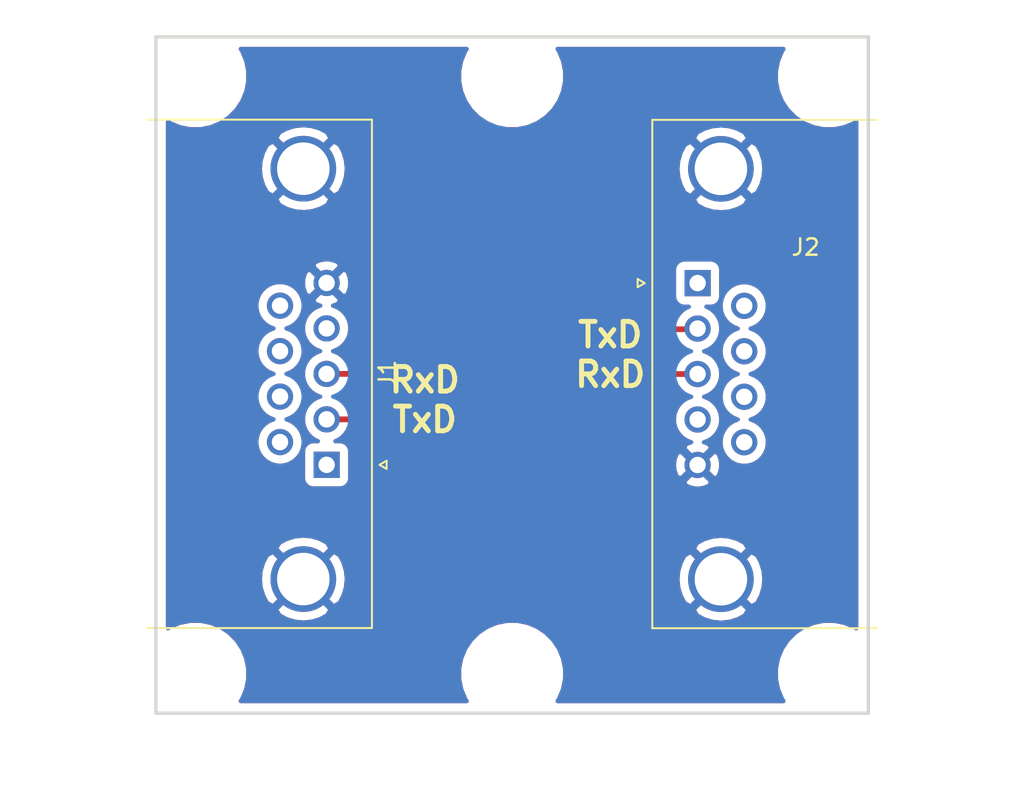
<source format=kicad_pcb>
(kicad_pcb (version 20171130) (host pcbnew 5.1.10-88a1d61d58~88~ubuntu20.04.1)

  (general
    (thickness 1.6)
    (drawings 6)
    (tracks 7)
    (zones 0)
    (modules 8)
    (nets 16)
  )

  (page A4)
  (layers
    (0 F.Cu signal)
    (31 B.Cu signal)
    (32 B.Adhes user)
    (33 F.Adhes user)
    (34 B.Paste user)
    (35 F.Paste user)
    (36 B.SilkS user)
    (37 F.SilkS user)
    (38 B.Mask user)
    (39 F.Mask user)
    (40 Dwgs.User user)
    (41 Cmts.User user)
    (42 Eco1.User user)
    (43 Eco2.User user)
    (44 Edge.Cuts user)
    (45 Margin user)
    (46 B.CrtYd user)
    (47 F.CrtYd user)
    (48 B.Fab user)
    (49 F.Fab user)
  )

  (setup
    (last_trace_width 0.35)
    (trace_clearance 0.2)
    (zone_clearance 0.508)
    (zone_45_only no)
    (trace_min 0.2)
    (via_size 0.8)
    (via_drill 0.4)
    (via_min_size 0.4)
    (via_min_drill 0.3)
    (uvia_size 0.3)
    (uvia_drill 0.1)
    (uvias_allowed no)
    (uvia_min_size 0.2)
    (uvia_min_drill 0.1)
    (edge_width 0.15)
    (segment_width 0.2)
    (pcb_text_width 0.3)
    (pcb_text_size 1.5 1.5)
    (mod_edge_width 0.15)
    (mod_text_size 1 1)
    (mod_text_width 0.15)
    (pad_size 1.524 1.524)
    (pad_drill 0.762)
    (pad_to_mask_clearance 0)
    (aux_axis_origin 0 0)
    (visible_elements FFFFFF7F)
    (pcbplotparams
      (layerselection 0x210f8_ffffffff)
      (usegerberextensions true)
      (usegerberattributes false)
      (usegerberadvancedattributes false)
      (creategerberjobfile false)
      (excludeedgelayer true)
      (linewidth 0.100000)
      (plotframeref false)
      (viasonmask false)
      (mode 1)
      (useauxorigin false)
      (hpglpennumber 1)
      (hpglpenspeed 20)
      (hpglpendiameter 15.000000)
      (psnegative false)
      (psa4output false)
      (plotreference true)
      (plotvalue false)
      (plotinvisibletext false)
      (padsonsilk false)
      (subtractmaskfromsilk true)
      (outputformat 1)
      (mirror false)
      (drillshape 0)
      (scaleselection 1)
      (outputdirectory "Gerbers/"))
  )

  (net 0 "")
  (net 1 "Net-(J1-Pad1)")
  (net 2 "Net-(J1-Pad6)")
  (net 3 "Net-(J1-Pad2)")
  (net 4 "Net-(J1-Pad7)")
  (net 5 "Net-(J1-Pad3)")
  (net 6 "Net-(J1-Pad8)")
  (net 7 "Net-(J1-Pad4)")
  (net 8 "Net-(J1-Pad9)")
  (net 9 GND)
  (net 10 "Net-(J2-Pad9)")
  (net 11 "Net-(J2-Pad4)")
  (net 12 "Net-(J2-Pad8)")
  (net 13 "Net-(J2-Pad7)")
  (net 14 "Net-(J2-Pad6)")
  (net 15 "Net-(J2-Pad1)")

  (net_class Default "This is the default net class."
    (clearance 0.2)
    (trace_width 0.35)
    (via_dia 0.8)
    (via_drill 0.4)
    (uvia_dia 0.3)
    (uvia_drill 0.1)
  )

  (net_class Signals ""
    (clearance 0.2)
    (trace_width 0.35)
    (via_dia 0.8)
    (via_drill 0.4)
    (uvia_dia 0.3)
    (uvia_drill 0.1)
    (add_net GND)
    (add_net "Net-(J1-Pad1)")
    (add_net "Net-(J1-Pad2)")
    (add_net "Net-(J1-Pad3)")
    (add_net "Net-(J1-Pad4)")
    (add_net "Net-(J1-Pad6)")
    (add_net "Net-(J1-Pad7)")
    (add_net "Net-(J1-Pad8)")
    (add_net "Net-(J1-Pad9)")
    (add_net "Net-(J2-Pad1)")
    (add_net "Net-(J2-Pad4)")
    (add_net "Net-(J2-Pad6)")
    (add_net "Net-(J2-Pad7)")
    (add_net "Net-(J2-Pad8)")
    (add_net "Net-(J2-Pad9)")
  )

  (module WiRoc:DSUB-9_Female_Horizontal_P2.77x2.84mm_Edge_offset6.96mm_centered_Edge8.08mm (layer F.Cu) (tedit 5F80C0F4) (tstamp 6098CB36)
    (at 130 61.07 270)
    (descr "9-pin D-Sub connector, horizontal/angled (90 deg), THT-mount, female, pitch 2.77x2.84mm, pin-PCB-offset 4.9399999999999995mm, distance of mounting holes 25mm, distance of mounting holes to PCB edge 7.4799999999999995mm, see https://disti-assets.s3.amazonaws.com/tonar/files/datasheets/16730.pdf")
    (tags "9-pin D-Sub connector horizontal angled 90deg THT female pitch 2.77x2.84mm pin-PCB-offset 4.9399999999999995mm mounting-holes-distance 25mm mounting-hole-offset 25mm")
    (path /609BC94E)
    (fp_text reference J1 (at -5.54 -3.7 90) (layer F.SilkS)
      (effects (font (size 1 1) (thickness 0.15)))
    )
    (fp_text value DB9_Female_MountingHoles (at -5.55 19.05 90) (layer F.Fab)
      (effects (font (size 1 1) (thickness 0.15)))
    )
    (fp_text user %R (at -5.54 11.265 90) (layer F.Fab)
      (effects (font (size 1 1) (thickness 0.15)))
    )
    (fp_arc (start 6.96 1.42) (end 5.36 0.3) (angle 180) (layer F.Fab) (width 0.1))
    (fp_arc (start -18.04 1.42) (end -19.64 0.3) (angle 180) (layer F.Fab) (width 0.1))
    (fp_line (start -20.965 -2.7) (end -20.965 7.78) (layer F.Fab) (width 0.1))
    (fp_line (start 9.885 7.78) (end 9.885 -2.7) (layer F.Fab) (width 0.1))
    (fp_line (start 9.885 -2.7) (end -20.965 -2.7) (layer F.Fab) (width 0.1))
    (fp_line (start -20.965 7.78) (end -20.965 11.35) (layer F.Fab) (width 0.1))
    (fp_line (start -20.965 11.38) (end 9.885 11.38) (layer F.Fab) (width 0.1))
    (fp_line (start 9.9 11.4) (end 9.885 7.78) (layer F.Fab) (width 0.1))
    (fp_line (start 9.885 10.98) (end -20.965 10.98) (layer F.Fab) (width 0.1))
    (fp_line (start -13.69 11.38) (end -13.69 17.55) (layer F.Fab) (width 0.1))
    (fp_line (start -13.69 17.55) (end 2.61 17.55) (layer F.Fab) (width 0.1))
    (fp_line (start 2.61 17.55) (end 2.61 11.38) (layer F.Fab) (width 0.1))
    (fp_line (start 2.61 11.38) (end -13.69 11.38) (layer F.Fab) (width 0.1))
    (fp_line (start -20.54 11.38) (end -20.54 16.38) (layer F.Fab) (width 0.1))
    (fp_line (start -20.54 16.38) (end -15.54 16.38) (layer F.Fab) (width 0.1))
    (fp_line (start -15.54 16.38) (end -15.54 11.38) (layer F.Fab) (width 0.1))
    (fp_line (start 4.46 11.38) (end 4.46 16.38) (layer F.Fab) (width 0.1))
    (fp_line (start 4.46 16.38) (end 9.46 16.38) (layer F.Fab) (width 0.1))
    (fp_line (start 9.46 16.38) (end 9.46 11.38) (layer F.Fab) (width 0.1))
    (fp_line (start -19.64 10.98) (end -19.64 0.3) (layer F.Fab) (width 0.1))
    (fp_line (start -16.44 10.98) (end -16.44 0.3) (layer F.Fab) (width 0.1))
    (fp_line (start 5.36 10.98) (end 5.36 0.3) (layer F.Fab) (width 0.1))
    (fp_line (start 8.56 10.98) (end 8.56 0.3) (layer F.Fab) (width 0.1))
    (fp_line (start -21.025 10.92) (end -21.025 -2.76) (layer F.SilkS) (width 0.12))
    (fp_line (start -21.025 -2.76) (end 9.945 -2.76) (layer F.SilkS) (width 0.12))
    (fp_line (start 9.945 -2.76) (end 9.945 10.92) (layer F.SilkS) (width 0.12))
    (fp_line (start -0.25 -3.654338) (end 0.25 -3.654338) (layer F.SilkS) (width 0.12))
    (fp_line (start 0.25 -3.654338) (end 0 -3.221325) (layer F.SilkS) (width 0.12))
    (fp_line (start 0 -3.221325) (end -0.25 -3.654338) (layer F.SilkS) (width 0.12))
    (fp_line (start -21.5 -3.25) (end -21.5 14.85) (layer F.CrtYd) (width 0.05))
    (fp_line (start -21.5 14.85) (end 10.4 14.85) (layer F.CrtYd) (width 0.05))
    (fp_line (start 10.4 14.85) (end 10.4 -3.25) (layer F.CrtYd) (width 0.05))
    (fp_line (start 10.4 -3.25) (end -21.5 -3.25) (layer F.CrtYd) (width 0.05))
    (pad 0 thru_hole circle (at 6.96 1.42 270) (size 4 4) (drill 3.2) (layers *.Cu *.Mask)
      (net 9 GND))
    (pad 0 thru_hole circle (at -18.04 1.42 270) (size 4 4) (drill 3.2) (layers *.Cu *.Mask)
      (net 9 GND))
    (pad 9 thru_hole circle (at -9.695 2.84 270) (size 1.6 1.6) (drill 1) (layers *.Cu *.Mask)
      (net 8 "Net-(J1-Pad9)"))
    (pad 8 thru_hole circle (at -6.925 2.84 270) (size 1.6 1.6) (drill 1) (layers *.Cu *.Mask)
      (net 6 "Net-(J1-Pad8)"))
    (pad 7 thru_hole circle (at -4.155 2.84 270) (size 1.6 1.6) (drill 1) (layers *.Cu *.Mask)
      (net 4 "Net-(J1-Pad7)"))
    (pad 6 thru_hole circle (at -1.385 2.84 270) (size 1.6 1.6) (drill 1) (layers *.Cu *.Mask)
      (net 2 "Net-(J1-Pad6)"))
    (pad 5 thru_hole circle (at -11.08 0 270) (size 1.6 1.6) (drill 1) (layers *.Cu *.Mask)
      (net 9 GND))
    (pad 4 thru_hole circle (at -8.31 0 270) (size 1.6 1.6) (drill 1) (layers *.Cu *.Mask)
      (net 7 "Net-(J1-Pad4)"))
    (pad 3 thru_hole circle (at -5.54 0 270) (size 1.6 1.6) (drill 1) (layers *.Cu *.Mask)
      (net 5 "Net-(J1-Pad3)"))
    (pad 2 thru_hole circle (at -2.77 0 270) (size 1.6 1.6) (drill 1) (layers *.Cu *.Mask)
      (net 3 "Net-(J1-Pad2)"))
    (pad 1 thru_hole rect (at 0 0 270) (size 1.6 1.6) (drill 1) (layers *.Cu *.Mask)
      (net 1 "Net-(J1-Pad1)"))
    (model ${KISYS3DMOD}/Connector_Dsub.3dshapes/DSUB-9_Female_Horizontal_P2.77x2.84mm_EdgePinOffset4.94mm_Housed_MountingHolesOffset7.48mm.wrl
      (at (xyz 0 0 0))
      (scale (xyz 1 1 1))
      (rotate (xyz 0 0 0))
    )
  )

  (module MountingHole:MountingHole_2.2mm_M2 (layer F.Cu) (tedit 5F80D5C9) (tstamp 5FB29B63)
    (at 141.3 37.4)
    (descr "Mounting Hole 2.2mm, no annular, M2")
    (tags "mounting hole 2.2mm no annular m2")
    (clearance 2)
    (attr virtual)
    (fp_text reference REF** (at 0 -3.2) (layer F.SilkS) hide
      (effects (font (size 1 1) (thickness 0.15)))
    )
    (fp_text value MountingHole_2.2mm_M2 (at 0 3.2) (layer F.Fab)
      (effects (font (size 1 1) (thickness 0.15)))
    )
    (fp_circle (center 0 0) (end 2.2 0) (layer Cmts.User) (width 0.15))
    (fp_circle (center 0 0) (end 2.45 0) (layer F.CrtYd) (width 0.05))
    (fp_text user %R (at 0.3 0) (layer F.Fab)
      (effects (font (size 1 1) (thickness 0.15)))
    )
    (pad 1 np_thru_hole circle (at 0 0) (size 2.2 2.2) (drill 2.2) (layers *.Cu *.Mask))
  )

  (module MountingHole:MountingHole_2.2mm_M2 (layer F.Cu) (tedit 5F80D5C5) (tstamp 5FB299D0)
    (at 122 37.4)
    (descr "Mounting Hole 2.2mm, no annular, M2")
    (tags "mounting hole 2.2mm no annular m2")
    (clearance 2)
    (attr virtual)
    (fp_text reference REF** (at 0 -3.2) (layer F.SilkS) hide
      (effects (font (size 1 1) (thickness 0.15)))
    )
    (fp_text value MountingHole_2.2mm_M2 (at 0 3.2) (layer F.Fab)
      (effects (font (size 1 1) (thickness 0.15)))
    )
    (fp_circle (center 0 0) (end 2.2 0) (layer Cmts.User) (width 0.15))
    (fp_circle (center 0 0) (end 2.45 0) (layer F.CrtYd) (width 0.05))
    (fp_text user %R (at 0.3 0) (layer F.Fab)
      (effects (font (size 1 1) (thickness 0.15)))
    )
    (pad 1 np_thru_hole circle (at 0 0) (size 2.2 2.2) (drill 2.2) (layers *.Cu *.Mask))
  )

  (module MountingHole:MountingHole_2.2mm_M2 locked (layer F.Cu) (tedit 5F80D642) (tstamp 5FB29AE4)
    (at 141.3 73.8)
    (descr "Mounting Hole 2.2mm, no annular, M2")
    (tags "mounting hole 2.2mm no annular m2")
    (clearance 2)
    (attr virtual)
    (fp_text reference REF** (at 0 -3.2) (layer F.SilkS) hide
      (effects (font (size 1 1) (thickness 0.15)))
    )
    (fp_text value MountingHole_2.2mm_M2 (at 0 3.2) (layer F.Fab)
      (effects (font (size 1 1) (thickness 0.15)))
    )
    (fp_circle (center 0 0) (end 2.45 0) (layer F.CrtYd) (width 0.05))
    (fp_circle (center 0 0) (end 2.2 0) (layer Cmts.User) (width 0.15))
    (fp_text user %R (at 0.3 0) (layer F.Fab)
      (effects (font (size 1 1) (thickness 0.15)))
    )
    (pad 1 np_thru_hole circle (at 0 0) (size 2.2 2.2) (drill 2.2) (layers *.Cu *.Mask))
  )

  (module MountingHole:MountingHole_2.2mm_M2 locked (layer F.Cu) (tedit 5F80D646) (tstamp 5FB29AAA)
    (at 122 73.8)
    (descr "Mounting Hole 2.2mm, no annular, M2")
    (tags "mounting hole 2.2mm no annular m2")
    (clearance 2)
    (attr virtual)
    (fp_text reference REF** (at 0 -3.2) (layer F.SilkS) hide
      (effects (font (size 1 1) (thickness 0.15)))
    )
    (fp_text value MountingHole_2.2mm_M2 (at 0 3.2) (layer F.Fab)
      (effects (font (size 1 1) (thickness 0.15)))
    )
    (fp_circle (center 0 0) (end 2.45 0) (layer F.CrtYd) (width 0.05))
    (fp_circle (center 0 0) (end 2.2 0) (layer Cmts.User) (width 0.15))
    (fp_text user %R (at 0.3 0) (layer F.Fab)
      (effects (font (size 1 1) (thickness 0.15)))
    )
    (pad 1 np_thru_hole circle (at 0 0) (size 2.2 2.2) (drill 2.2) (layers *.Cu *.Mask))
  )

  (module MountingHole:MountingHole_2.2mm_M2 locked (layer F.Cu) (tedit 5F80D63E) (tstamp 5FB29A8A)
    (at 160.6 73.8)
    (descr "Mounting Hole 2.2mm, no annular, M2")
    (tags "mounting hole 2.2mm no annular m2")
    (clearance 2)
    (attr virtual)
    (fp_text reference REF** (at 0 -3.2) (layer F.SilkS) hide
      (effects (font (size 1 1) (thickness 0.15)))
    )
    (fp_text value MountingHole_2.2mm_M2 (at 0 3.2) (layer F.Fab)
      (effects (font (size 1 1) (thickness 0.15)))
    )
    (fp_circle (center 0 0) (end 2.2 0) (layer Cmts.User) (width 0.15))
    (fp_circle (center 0 0) (end 2.45 0) (layer F.CrtYd) (width 0.05))
    (fp_text user %R (at 0.3 0) (layer F.Fab)
      (effects (font (size 1 1) (thickness 0.15)))
    )
    (pad 1 np_thru_hole circle (at 0 0) (size 2.2 2.2) (drill 2.2) (layers *.Cu *.Mask))
  )

  (module MountingHole:MountingHole_2.2mm_M2 locked (layer F.Cu) (tedit 5F80D5CE) (tstamp 5FB299F7)
    (at 160.6 37.4)
    (descr "Mounting Hole 2.2mm, no annular, M2")
    (tags "mounting hole 2.2mm no annular m2")
    (clearance 2)
    (attr virtual)
    (fp_text reference REF** (at 0 -3.2) (layer F.SilkS) hide
      (effects (font (size 1 1) (thickness 0.15)))
    )
    (fp_text value MountingHole_2.2mm_M2 (at 0 3.2) (layer F.Fab)
      (effects (font (size 1 1) (thickness 0.15)))
    )
    (fp_circle (center 0 0) (end 2.45 0) (layer F.CrtYd) (width 0.05))
    (fp_circle (center 0 0) (end 2.2 0) (layer Cmts.User) (width 0.15))
    (fp_text user %R (at 0.3 0) (layer F.Fab)
      (effects (font (size 1 1) (thickness 0.15)))
    )
    (pad 1 np_thru_hole circle (at 0 0) (size 2.2 2.2) (drill 2.2) (layers *.Cu *.Mask))
  )

  (module WiRoc:DSUB-9_Female_Horizontal_P2.77x2.84mm_Edge_offset6.96mm_centered_Edge8.08mm (layer F.Cu) (tedit 5F80C0F4) (tstamp 5F999BA4)
    (at 152.6 50 90)
    (descr "9-pin D-Sub connector, horizontal/angled (90 deg), THT-mount, female, pitch 2.77x2.84mm, pin-PCB-offset 4.9399999999999995mm, distance of mounting holes 25mm, distance of mounting holes to PCB edge 7.4799999999999995mm, see https://disti-assets.s3.amazonaws.com/tonar/files/datasheets/16730.pdf")
    (tags "9-pin D-Sub connector horizontal angled 90deg THT female pitch 2.77x2.84mm pin-PCB-offset 4.9399999999999995mm mounting-holes-distance 25mm mounting-hole-offset 25mm")
    (path /5F80B4DE)
    (fp_text reference J2 (at 2.1845 6.5818 180) (layer F.SilkS)
      (effects (font (size 1 1) (thickness 0.15)))
    )
    (fp_text value DB9_Female_MountingHoles (at -5.55 19.05 90) (layer F.Fab)
      (effects (font (size 1 1) (thickness 0.15)))
    )
    (fp_line (start 10.4 -3.25) (end -21.5 -3.25) (layer F.CrtYd) (width 0.05))
    (fp_line (start 10.4 14.85) (end 10.4 -3.25) (layer F.CrtYd) (width 0.05))
    (fp_line (start -21.5 14.85) (end 10.4 14.85) (layer F.CrtYd) (width 0.05))
    (fp_line (start -21.5 -3.25) (end -21.5 14.85) (layer F.CrtYd) (width 0.05))
    (fp_line (start 0 -3.221325) (end -0.25 -3.654338) (layer F.SilkS) (width 0.12))
    (fp_line (start 0.25 -3.654338) (end 0 -3.221325) (layer F.SilkS) (width 0.12))
    (fp_line (start -0.25 -3.654338) (end 0.25 -3.654338) (layer F.SilkS) (width 0.12))
    (fp_line (start 9.945 -2.76) (end 9.945 10.92) (layer F.SilkS) (width 0.12))
    (fp_line (start -21.025 -2.76) (end 9.945 -2.76) (layer F.SilkS) (width 0.12))
    (fp_line (start -21.025 10.92) (end -21.025 -2.76) (layer F.SilkS) (width 0.12))
    (fp_line (start 8.56 10.98) (end 8.56 0.3) (layer F.Fab) (width 0.1))
    (fp_line (start 5.36 10.98) (end 5.36 0.3) (layer F.Fab) (width 0.1))
    (fp_line (start -16.44 10.98) (end -16.44 0.3) (layer F.Fab) (width 0.1))
    (fp_line (start -19.64 10.98) (end -19.64 0.3) (layer F.Fab) (width 0.1))
    (fp_line (start 9.46 16.38) (end 9.46 11.38) (layer F.Fab) (width 0.1))
    (fp_line (start 4.46 16.38) (end 9.46 16.38) (layer F.Fab) (width 0.1))
    (fp_line (start 4.46 11.38) (end 4.46 16.38) (layer F.Fab) (width 0.1))
    (fp_line (start -15.54 16.38) (end -15.54 11.38) (layer F.Fab) (width 0.1))
    (fp_line (start -20.54 16.38) (end -15.54 16.38) (layer F.Fab) (width 0.1))
    (fp_line (start -20.54 11.38) (end -20.54 16.38) (layer F.Fab) (width 0.1))
    (fp_line (start 2.61 11.38) (end -13.69 11.38) (layer F.Fab) (width 0.1))
    (fp_line (start 2.61 17.55) (end 2.61 11.38) (layer F.Fab) (width 0.1))
    (fp_line (start -13.69 17.55) (end 2.61 17.55) (layer F.Fab) (width 0.1))
    (fp_line (start -13.69 11.38) (end -13.69 17.55) (layer F.Fab) (width 0.1))
    (fp_line (start 9.885 10.98) (end -20.965 10.98) (layer F.Fab) (width 0.1))
    (fp_line (start 9.9 11.4) (end 9.885 7.78) (layer F.Fab) (width 0.1))
    (fp_line (start -20.965 11.38) (end 9.885 11.38) (layer F.Fab) (width 0.1))
    (fp_line (start -20.965 7.78) (end -20.965 11.35) (layer F.Fab) (width 0.1))
    (fp_line (start 9.885 -2.7) (end -20.965 -2.7) (layer F.Fab) (width 0.1))
    (fp_line (start 9.885 7.78) (end 9.885 -2.7) (layer F.Fab) (width 0.1))
    (fp_line (start -20.965 -2.7) (end -20.965 7.78) (layer F.Fab) (width 0.1))
    (fp_arc (start -18.04 1.42) (end -19.64 0.3) (angle 180) (layer F.Fab) (width 0.1))
    (fp_arc (start 6.96 1.42) (end 5.36 0.3) (angle 180) (layer F.Fab) (width 0.1))
    (fp_text user %R (at -5.54 11.265 90) (layer F.Fab)
      (effects (font (size 1 1) (thickness 0.15)))
    )
    (pad 1 thru_hole rect (at 0 0 90) (size 1.6 1.6) (drill 1) (layers *.Cu *.Mask)
      (net 15 "Net-(J2-Pad1)"))
    (pad 2 thru_hole circle (at -2.77 0 90) (size 1.6 1.6) (drill 1) (layers *.Cu *.Mask)
      (net 5 "Net-(J1-Pad3)"))
    (pad 3 thru_hole circle (at -5.54 0 90) (size 1.6 1.6) (drill 1) (layers *.Cu *.Mask)
      (net 3 "Net-(J1-Pad2)"))
    (pad 4 thru_hole circle (at -8.31 0 90) (size 1.6 1.6) (drill 1) (layers *.Cu *.Mask)
      (net 11 "Net-(J2-Pad4)"))
    (pad 5 thru_hole circle (at -11.08 0 90) (size 1.6 1.6) (drill 1) (layers *.Cu *.Mask)
      (net 9 GND))
    (pad 6 thru_hole circle (at -1.385 2.84 90) (size 1.6 1.6) (drill 1) (layers *.Cu *.Mask)
      (net 14 "Net-(J2-Pad6)"))
    (pad 7 thru_hole circle (at -4.155 2.84 90) (size 1.6 1.6) (drill 1) (layers *.Cu *.Mask)
      (net 13 "Net-(J2-Pad7)"))
    (pad 8 thru_hole circle (at -6.925 2.84 90) (size 1.6 1.6) (drill 1) (layers *.Cu *.Mask)
      (net 12 "Net-(J2-Pad8)"))
    (pad 9 thru_hole circle (at -9.695 2.84 90) (size 1.6 1.6) (drill 1) (layers *.Cu *.Mask)
      (net 10 "Net-(J2-Pad9)"))
    (pad 0 thru_hole circle (at -18.04 1.42 90) (size 4 4) (drill 3.2) (layers *.Cu *.Mask)
      (net 9 GND))
    (pad 0 thru_hole circle (at 6.96 1.42 90) (size 4 4) (drill 3.2) (layers *.Cu *.Mask)
      (net 9 GND))
    (model ${KISYS3DMOD}/Connector_Dsub.3dshapes/DSUB-9_Female_Horizontal_P2.77x2.84mm_EdgePinOffset4.94mm_Housed_MountingHolesOffset7.48mm.wrl
      (at (xyz 0 0 0))
      (scale (xyz 1 1 1))
      (rotate (xyz 0 0 0))
    )
  )

  (gr_text "RxD\nTxD\n" (at 135.98 57.11) (layer F.SilkS) (tstamp 6098CD44)
    (effects (font (size 1.5 1.5) (thickness 0.3)))
  )
  (gr_text "TxD\nRxD" (at 147.28 54.36) (layer F.SilkS)
    (effects (font (size 1.5 1.5) (thickness 0.3)))
  )
  (gr_line (start 119.6 76.2) (end 119.6 35) (layer Edge.Cuts) (width 0.2))
  (gr_line (start 163 76.2) (end 119.6 76.2) (layer Edge.Cuts) (width 0.2))
  (gr_line (start 163 35) (end 163 76.2) (layer Edge.Cuts) (width 0.2))
  (gr_line (start 119.6 35) (end 163 35) (layer Edge.Cuts) (width 0.2))

  (segment (start 140.01 58.3) (end 130 58.3) (width 0.35) (layer F.Cu) (net 3))
  (segment (start 142.77 55.54) (end 140.01 58.3) (width 0.35) (layer F.Cu) (net 3))
  (segment (start 152.6 55.54) (end 142.77 55.54) (width 0.35) (layer F.Cu) (net 3))
  (segment (start 138.96 55.53) (end 130 55.53) (width 0.35) (layer F.Cu) (net 5))
  (segment (start 141.68 52.81) (end 138.96 55.53) (width 0.35) (layer F.Cu) (net 5))
  (segment (start 152.56 52.81) (end 141.68 52.81) (width 0.35) (layer F.Cu) (net 5))
  (segment (start 152.6 52.77) (end 152.56 52.81) (width 0.35) (layer F.Cu) (net 5))

  (zone (net 9) (net_name GND) (layer F.Cu) (tstamp 6098CF84) (hatch edge 0.508)
    (connect_pads (clearance 0.508))
    (min_thickness 0.254)
    (fill yes (arc_segments 16) (thermal_gap 0.508) (thermal_bridge_width 0.508))
    (polygon
      (pts
        (xy 118.6053 33.9979) (xy 164.0078 34.0487) (xy 164.1094 78.1431) (xy 118.364 78.7527)
      )
    )
    (filled_polygon
      (pts
        (xy 138.44027 35.871442) (xy 138.197012 36.458719) (xy 138.073 37.082168) (xy 138.073 37.717832) (xy 138.197012 38.341281)
        (xy 138.44027 38.928558) (xy 138.793425 39.457093) (xy 139.242907 39.906575) (xy 139.771442 40.25973) (xy 140.358719 40.502988)
        (xy 140.982168 40.627) (xy 141.617832 40.627) (xy 142.241281 40.502988) (xy 142.828558 40.25973) (xy 143.357093 39.906575)
        (xy 143.806575 39.457093) (xy 144.15973 38.928558) (xy 144.402988 38.341281) (xy 144.527 37.717832) (xy 144.527 37.082168)
        (xy 144.402988 36.458719) (xy 144.15973 35.871442) (xy 144.068563 35.735) (xy 157.831437 35.735) (xy 157.74027 35.871442)
        (xy 157.497012 36.458719) (xy 157.373 37.082168) (xy 157.373 37.717832) (xy 157.497012 38.341281) (xy 157.74027 38.928558)
        (xy 158.093425 39.457093) (xy 158.542907 39.906575) (xy 159.071442 40.25973) (xy 159.658719 40.502988) (xy 160.282168 40.627)
        (xy 160.917832 40.627) (xy 161.541281 40.502988) (xy 162.128558 40.25973) (xy 162.265 40.168562) (xy 162.265001 71.031438)
        (xy 162.128558 70.94027) (xy 161.541281 70.697012) (xy 160.917832 70.573) (xy 160.282168 70.573) (xy 159.658719 70.697012)
        (xy 159.071442 70.94027) (xy 158.542907 71.293425) (xy 158.093425 71.742907) (xy 157.74027 72.271442) (xy 157.497012 72.858719)
        (xy 157.373 73.482168) (xy 157.373 74.117832) (xy 157.497012 74.741281) (xy 157.74027 75.328558) (xy 157.831437 75.465)
        (xy 144.068563 75.465) (xy 144.15973 75.328558) (xy 144.402988 74.741281) (xy 144.527 74.117832) (xy 144.527 73.482168)
        (xy 144.402988 72.858719) (xy 144.15973 72.271442) (xy 143.806575 71.742907) (xy 143.357093 71.293425) (xy 142.828558 70.94027)
        (xy 142.241281 70.697012) (xy 141.617832 70.573) (xy 140.982168 70.573) (xy 140.358719 70.697012) (xy 139.771442 70.94027)
        (xy 139.242907 71.293425) (xy 138.793425 71.742907) (xy 138.44027 72.271442) (xy 138.197012 72.858719) (xy 138.073 73.482168)
        (xy 138.073 74.117832) (xy 138.197012 74.741281) (xy 138.44027 75.328558) (xy 138.531437 75.465) (xy 124.768563 75.465)
        (xy 124.85973 75.328558) (xy 125.102988 74.741281) (xy 125.227 74.117832) (xy 125.227 73.482168) (xy 125.102988 72.858719)
        (xy 124.85973 72.271442) (xy 124.506575 71.742907) (xy 124.057093 71.293425) (xy 123.528558 70.94027) (xy 122.941281 70.697012)
        (xy 122.317832 70.573) (xy 121.682168 70.573) (xy 121.058719 70.697012) (xy 120.471442 70.94027) (xy 120.335 71.031437)
        (xy 120.335 69.877499) (xy 126.912106 69.877499) (xy 127.128228 70.244258) (xy 127.588105 70.484938) (xy 128.086098 70.631275)
        (xy 128.603071 70.677648) (xy 129.119159 70.622273) (xy 129.614526 70.467279) (xy 130.031772 70.244258) (xy 130.242001 69.887499)
        (xy 152.352106 69.887499) (xy 152.568228 70.254258) (xy 153.028105 70.494938) (xy 153.526098 70.641275) (xy 154.043071 70.687648)
        (xy 154.559159 70.632273) (xy 155.054526 70.477279) (xy 155.471772 70.254258) (xy 155.687894 69.887499) (xy 154.02 68.219605)
        (xy 152.352106 69.887499) (xy 130.242001 69.887499) (xy 130.247894 69.877499) (xy 128.58 68.209605) (xy 126.912106 69.877499)
        (xy 120.335 69.877499) (xy 120.335 68.053071) (xy 125.932352 68.053071) (xy 125.987727 68.569159) (xy 126.142721 69.064526)
        (xy 126.365742 69.481772) (xy 126.732501 69.697894) (xy 128.400395 68.03) (xy 128.759605 68.03) (xy 130.427499 69.697894)
        (xy 130.794258 69.481772) (xy 131.034938 69.021895) (xy 131.181275 68.523902) (xy 131.222612 68.063071) (xy 151.372352 68.063071)
        (xy 151.427727 68.579159) (xy 151.582721 69.074526) (xy 151.805742 69.491772) (xy 152.172501 69.707894) (xy 153.840395 68.04)
        (xy 154.199605 68.04) (xy 155.867499 69.707894) (xy 156.234258 69.491772) (xy 156.474938 69.031895) (xy 156.621275 68.533902)
        (xy 156.667648 68.016929) (xy 156.612273 67.500841) (xy 156.457279 67.005474) (xy 156.234258 66.588228) (xy 155.867499 66.372106)
        (xy 154.199605 68.04) (xy 153.840395 68.04) (xy 152.172501 66.372106) (xy 151.805742 66.588228) (xy 151.565062 67.048105)
        (xy 151.418725 67.546098) (xy 151.372352 68.063071) (xy 131.222612 68.063071) (xy 131.227648 68.006929) (xy 131.172273 67.490841)
        (xy 131.017279 66.995474) (xy 130.794258 66.578228) (xy 130.427499 66.362106) (xy 128.759605 68.03) (xy 128.400395 68.03)
        (xy 126.732501 66.362106) (xy 126.365742 66.578228) (xy 126.125062 67.038105) (xy 125.978725 67.536098) (xy 125.932352 68.053071)
        (xy 120.335 68.053071) (xy 120.335 66.182501) (xy 126.912106 66.182501) (xy 128.58 67.850395) (xy 130.237894 66.192501)
        (xy 152.352106 66.192501) (xy 154.02 67.860395) (xy 155.687894 66.192501) (xy 155.471772 65.825742) (xy 155.011895 65.585062)
        (xy 154.513902 65.438725) (xy 153.996929 65.392352) (xy 153.480841 65.447727) (xy 152.985474 65.602721) (xy 152.568228 65.825742)
        (xy 152.352106 66.192501) (xy 130.237894 66.192501) (xy 130.247894 66.182501) (xy 130.031772 65.815742) (xy 129.571895 65.575062)
        (xy 129.073902 65.428725) (xy 128.556929 65.382352) (xy 128.040841 65.437727) (xy 127.545474 65.592721) (xy 127.128228 65.815742)
        (xy 126.912106 66.182501) (xy 120.335 66.182501) (xy 120.335 51.233665) (xy 125.725 51.233665) (xy 125.725 51.516335)
        (xy 125.780147 51.793574) (xy 125.88832 52.054727) (xy 126.045363 52.289759) (xy 126.245241 52.489637) (xy 126.480273 52.64668)
        (xy 126.741426 52.754853) (xy 126.767301 52.76) (xy 126.741426 52.765147) (xy 126.480273 52.87332) (xy 126.245241 53.030363)
        (xy 126.045363 53.230241) (xy 125.88832 53.465273) (xy 125.780147 53.726426) (xy 125.725 54.003665) (xy 125.725 54.286335)
        (xy 125.780147 54.563574) (xy 125.88832 54.824727) (xy 126.045363 55.059759) (xy 126.245241 55.259637) (xy 126.480273 55.41668)
        (xy 126.741426 55.524853) (xy 126.767301 55.53) (xy 126.741426 55.535147) (xy 126.480273 55.64332) (xy 126.245241 55.800363)
        (xy 126.045363 56.000241) (xy 125.88832 56.235273) (xy 125.780147 56.496426) (xy 125.725 56.773665) (xy 125.725 57.056335)
        (xy 125.780147 57.333574) (xy 125.88832 57.594727) (xy 126.045363 57.829759) (xy 126.245241 58.029637) (xy 126.480273 58.18668)
        (xy 126.741426 58.294853) (xy 126.767301 58.3) (xy 126.741426 58.305147) (xy 126.480273 58.41332) (xy 126.245241 58.570363)
        (xy 126.045363 58.770241) (xy 125.88832 59.005273) (xy 125.780147 59.266426) (xy 125.725 59.543665) (xy 125.725 59.826335)
        (xy 125.780147 60.103574) (xy 125.88832 60.364727) (xy 126.045363 60.599759) (xy 126.245241 60.799637) (xy 126.480273 60.95668)
        (xy 126.741426 61.064853) (xy 127.018665 61.12) (xy 127.301335 61.12) (xy 127.578574 61.064853) (xy 127.839727 60.95668)
        (xy 128.074759 60.799637) (xy 128.274637 60.599759) (xy 128.43168 60.364727) (xy 128.470917 60.27) (xy 128.561928 60.27)
        (xy 128.561928 61.87) (xy 128.574188 61.994482) (xy 128.610498 62.11418) (xy 128.669463 62.224494) (xy 128.748815 62.321185)
        (xy 128.845506 62.400537) (xy 128.95582 62.459502) (xy 129.075518 62.495812) (xy 129.2 62.508072) (xy 130.8 62.508072)
        (xy 130.924482 62.495812) (xy 131.04418 62.459502) (xy 131.154494 62.400537) (xy 131.251185 62.321185) (xy 131.330537 62.224494)
        (xy 131.389502 62.11418) (xy 131.402084 62.072702) (xy 151.786903 62.072702) (xy 151.858486 62.316671) (xy 152.113996 62.437571)
        (xy 152.388184 62.5063) (xy 152.670512 62.520217) (xy 152.95013 62.478787) (xy 153.216292 62.383603) (xy 153.341514 62.316671)
        (xy 153.413097 62.072702) (xy 152.6 61.259605) (xy 151.786903 62.072702) (xy 131.402084 62.072702) (xy 131.425812 61.994482)
        (xy 131.438072 61.87) (xy 131.438072 61.150512) (xy 151.159783 61.150512) (xy 151.201213 61.43013) (xy 151.296397 61.696292)
        (xy 151.363329 61.821514) (xy 151.607298 61.893097) (xy 152.420395 61.08) (xy 152.779605 61.08) (xy 153.592702 61.893097)
        (xy 153.836671 61.821514) (xy 153.957571 61.566004) (xy 154.0263 61.291816) (xy 154.040217 61.009488) (xy 153.998787 60.72987)
        (xy 153.903603 60.463708) (xy 153.836671 60.338486) (xy 153.592702 60.266903) (xy 152.779605 61.08) (xy 152.420395 61.08)
        (xy 151.607298 60.266903) (xy 151.363329 60.338486) (xy 151.242429 60.593996) (xy 151.1737 60.868184) (xy 151.159783 61.150512)
        (xy 131.438072 61.150512) (xy 131.438072 60.27) (xy 131.425812 60.145518) (xy 131.389502 60.02582) (xy 131.330537 59.915506)
        (xy 131.251185 59.818815) (xy 131.154494 59.739463) (xy 131.04418 59.680498) (xy 130.924482 59.644188) (xy 130.8 59.631928)
        (xy 130.534275 59.631928) (xy 130.679727 59.57168) (xy 130.914759 59.414637) (xy 131.114637 59.214759) (xy 131.184635 59.11)
        (xy 139.970212 59.11) (xy 140.01 59.113919) (xy 140.049788 59.11) (xy 140.049791 59.11) (xy 140.168788 59.09828)
        (xy 140.321473 59.051963) (xy 140.462189 58.976749) (xy 140.585528 58.875528) (xy 140.6109 58.844613) (xy 143.105513 56.35)
        (xy 151.415365 56.35) (xy 151.485363 56.454759) (xy 151.685241 56.654637) (xy 151.920273 56.81168) (xy 152.181426 56.919853)
        (xy 152.207301 56.925) (xy 152.181426 56.930147) (xy 151.920273 57.03832) (xy 151.685241 57.195363) (xy 151.485363 57.395241)
        (xy 151.32832 57.630273) (xy 151.220147 57.891426) (xy 151.165 58.168665) (xy 151.165 58.451335) (xy 151.220147 58.728574)
        (xy 151.32832 58.989727) (xy 151.485363 59.224759) (xy 151.685241 59.424637) (xy 151.920273 59.58168) (xy 152.181426 59.689853)
        (xy 152.209882 59.695513) (xy 151.983708 59.776397) (xy 151.858486 59.843329) (xy 151.786903 60.087298) (xy 152.6 60.900395)
        (xy 153.413097 60.087298) (xy 153.341514 59.843329) (xy 153.086004 59.722429) (xy 152.983711 59.696788) (xy 153.018574 59.689853)
        (xy 153.279727 59.58168) (xy 153.514759 59.424637) (xy 153.714637 59.224759) (xy 153.87168 58.989727) (xy 153.979853 58.728574)
        (xy 154.035 58.451335) (xy 154.035 58.168665) (xy 153.979853 57.891426) (xy 153.87168 57.630273) (xy 153.714637 57.395241)
        (xy 153.514759 57.195363) (xy 153.279727 57.03832) (xy 153.018574 56.930147) (xy 152.992699 56.925) (xy 153.018574 56.919853)
        (xy 153.279727 56.81168) (xy 153.514759 56.654637) (xy 153.714637 56.454759) (xy 153.87168 56.219727) (xy 153.979853 55.958574)
        (xy 154.035 55.681335) (xy 154.035 55.398665) (xy 153.979853 55.121426) (xy 153.87168 54.860273) (xy 153.714637 54.625241)
        (xy 153.514759 54.425363) (xy 153.279727 54.26832) (xy 153.018574 54.160147) (xy 152.992699 54.155) (xy 153.018574 54.149853)
        (xy 153.279727 54.04168) (xy 153.514759 53.884637) (xy 153.714637 53.684759) (xy 153.87168 53.449727) (xy 153.979853 53.188574)
        (xy 154.035 52.911335) (xy 154.035 52.628665) (xy 153.979853 52.351426) (xy 153.87168 52.090273) (xy 153.714637 51.855241)
        (xy 153.514759 51.655363) (xy 153.279727 51.49832) (xy 153.134275 51.438072) (xy 153.4 51.438072) (xy 153.524482 51.425812)
        (xy 153.64418 51.389502) (xy 153.754494 51.330537) (xy 153.851185 51.251185) (xy 153.857356 51.243665) (xy 154.005 51.243665)
        (xy 154.005 51.526335) (xy 154.060147 51.803574) (xy 154.16832 52.064727) (xy 154.325363 52.299759) (xy 154.525241 52.499637)
        (xy 154.760273 52.65668) (xy 155.021426 52.764853) (xy 155.047301 52.77) (xy 155.021426 52.775147) (xy 154.760273 52.88332)
        (xy 154.525241 53.040363) (xy 154.325363 53.240241) (xy 154.16832 53.475273) (xy 154.060147 53.736426) (xy 154.005 54.013665)
        (xy 154.005 54.296335) (xy 154.060147 54.573574) (xy 154.16832 54.834727) (xy 154.325363 55.069759) (xy 154.525241 55.269637)
        (xy 154.760273 55.42668) (xy 155.021426 55.534853) (xy 155.047301 55.54) (xy 155.021426 55.545147) (xy 154.760273 55.65332)
        (xy 154.525241 55.810363) (xy 154.325363 56.010241) (xy 154.16832 56.245273) (xy 154.060147 56.506426) (xy 154.005 56.783665)
        (xy 154.005 57.066335) (xy 154.060147 57.343574) (xy 154.16832 57.604727) (xy 154.325363 57.839759) (xy 154.525241 58.039637)
        (xy 154.760273 58.19668) (xy 155.021426 58.304853) (xy 155.047301 58.31) (xy 155.021426 58.315147) (xy 154.760273 58.42332)
        (xy 154.525241 58.580363) (xy 154.325363 58.780241) (xy 154.16832 59.015273) (xy 154.060147 59.276426) (xy 154.005 59.553665)
        (xy 154.005 59.836335) (xy 154.060147 60.113574) (xy 154.16832 60.374727) (xy 154.325363 60.609759) (xy 154.525241 60.809637)
        (xy 154.760273 60.96668) (xy 155.021426 61.074853) (xy 155.298665 61.13) (xy 155.581335 61.13) (xy 155.858574 61.074853)
        (xy 156.119727 60.96668) (xy 156.354759 60.809637) (xy 156.554637 60.609759) (xy 156.71168 60.374727) (xy 156.819853 60.113574)
        (xy 156.875 59.836335) (xy 156.875 59.553665) (xy 156.819853 59.276426) (xy 156.71168 59.015273) (xy 156.554637 58.780241)
        (xy 156.354759 58.580363) (xy 156.119727 58.42332) (xy 155.858574 58.315147) (xy 155.832699 58.31) (xy 155.858574 58.304853)
        (xy 156.119727 58.19668) (xy 156.354759 58.039637) (xy 156.554637 57.839759) (xy 156.71168 57.604727) (xy 156.819853 57.343574)
        (xy 156.875 57.066335) (xy 156.875 56.783665) (xy 156.819853 56.506426) (xy 156.71168 56.245273) (xy 156.554637 56.010241)
        (xy 156.354759 55.810363) (xy 156.119727 55.65332) (xy 155.858574 55.545147) (xy 155.832699 55.54) (xy 155.858574 55.534853)
        (xy 156.119727 55.42668) (xy 156.354759 55.269637) (xy 156.554637 55.069759) (xy 156.71168 54.834727) (xy 156.819853 54.573574)
        (xy 156.875 54.296335) (xy 156.875 54.013665) (xy 156.819853 53.736426) (xy 156.71168 53.475273) (xy 156.554637 53.240241)
        (xy 156.354759 53.040363) (xy 156.119727 52.88332) (xy 155.858574 52.775147) (xy 155.832699 52.77) (xy 155.858574 52.764853)
        (xy 156.119727 52.65668) (xy 156.354759 52.499637) (xy 156.554637 52.299759) (xy 156.71168 52.064727) (xy 156.819853 51.803574)
        (xy 156.875 51.526335) (xy 156.875 51.243665) (xy 156.819853 50.966426) (xy 156.71168 50.705273) (xy 156.554637 50.470241)
        (xy 156.354759 50.270363) (xy 156.119727 50.11332) (xy 155.858574 50.005147) (xy 155.581335 49.95) (xy 155.298665 49.95)
        (xy 155.021426 50.005147) (xy 154.760273 50.11332) (xy 154.525241 50.270363) (xy 154.325363 50.470241) (xy 154.16832 50.705273)
        (xy 154.060147 50.966426) (xy 154.005 51.243665) (xy 153.857356 51.243665) (xy 153.930537 51.154494) (xy 153.989502 51.04418)
        (xy 154.025812 50.924482) (xy 154.038072 50.8) (xy 154.038072 49.2) (xy 154.025812 49.075518) (xy 153.989502 48.95582)
        (xy 153.930537 48.845506) (xy 153.851185 48.748815) (xy 153.754494 48.669463) (xy 153.64418 48.610498) (xy 153.524482 48.574188)
        (xy 153.4 48.561928) (xy 151.8 48.561928) (xy 151.675518 48.574188) (xy 151.55582 48.610498) (xy 151.445506 48.669463)
        (xy 151.348815 48.748815) (xy 151.269463 48.845506) (xy 151.210498 48.95582) (xy 151.174188 49.075518) (xy 151.161928 49.2)
        (xy 151.161928 50.8) (xy 151.174188 50.924482) (xy 151.210498 51.04418) (xy 151.269463 51.154494) (xy 151.348815 51.251185)
        (xy 151.445506 51.330537) (xy 151.55582 51.389502) (xy 151.675518 51.425812) (xy 151.8 51.438072) (xy 152.065725 51.438072)
        (xy 151.920273 51.49832) (xy 151.685241 51.655363) (xy 151.485363 51.855241) (xy 151.388638 52) (xy 141.719788 52)
        (xy 141.68 51.996081) (xy 141.640212 52) (xy 141.640209 52) (xy 141.521212 52.01172) (xy 141.368527 52.058037)
        (xy 141.303024 52.093049) (xy 141.22781 52.133251) (xy 141.18412 52.169107) (xy 141.104472 52.234472) (xy 141.079107 52.26538)
        (xy 138.624488 54.72) (xy 131.184635 54.72) (xy 131.114637 54.615241) (xy 130.914759 54.415363) (xy 130.679727 54.25832)
        (xy 130.418574 54.150147) (xy 130.392699 54.145) (xy 130.418574 54.139853) (xy 130.679727 54.03168) (xy 130.914759 53.874637)
        (xy 131.114637 53.674759) (xy 131.27168 53.439727) (xy 131.379853 53.178574) (xy 131.435 52.901335) (xy 131.435 52.618665)
        (xy 131.379853 52.341426) (xy 131.27168 52.080273) (xy 131.114637 51.845241) (xy 130.914759 51.645363) (xy 130.679727 51.48832)
        (xy 130.418574 51.380147) (xy 130.390118 51.374487) (xy 130.616292 51.293603) (xy 130.741514 51.226671) (xy 130.813097 50.982702)
        (xy 130 50.169605) (xy 129.186903 50.982702) (xy 129.258486 51.226671) (xy 129.513996 51.347571) (xy 129.616289 51.373212)
        (xy 129.581426 51.380147) (xy 129.320273 51.48832) (xy 129.085241 51.645363) (xy 128.885363 51.845241) (xy 128.72832 52.080273)
        (xy 128.620147 52.341426) (xy 128.565 52.618665) (xy 128.565 52.901335) (xy 128.620147 53.178574) (xy 128.72832 53.439727)
        (xy 128.885363 53.674759) (xy 129.085241 53.874637) (xy 129.320273 54.03168) (xy 129.581426 54.139853) (xy 129.607301 54.145)
        (xy 129.581426 54.150147) (xy 129.320273 54.25832) (xy 129.085241 54.415363) (xy 128.885363 54.615241) (xy 128.72832 54.850273)
        (xy 128.620147 55.111426) (xy 128.565 55.388665) (xy 128.565 55.671335) (xy 128.620147 55.948574) (xy 128.72832 56.209727)
        (xy 128.885363 56.444759) (xy 129.085241 56.644637) (xy 129.320273 56.80168) (xy 129.581426 56.909853) (xy 129.607301 56.915)
        (xy 129.581426 56.920147) (xy 129.320273 57.02832) (xy 129.085241 57.185363) (xy 128.885363 57.385241) (xy 128.72832 57.620273)
        (xy 128.620147 57.881426) (xy 128.565 58.158665) (xy 128.565 58.441335) (xy 128.620147 58.718574) (xy 128.72832 58.979727)
        (xy 128.885363 59.214759) (xy 129.085241 59.414637) (xy 129.320273 59.57168) (xy 129.465725 59.631928) (xy 129.2 59.631928)
        (xy 129.075518 59.644188) (xy 128.95582 59.680498) (xy 128.845506 59.739463) (xy 128.748815 59.818815) (xy 128.669463 59.915506)
        (xy 128.610498 60.02582) (xy 128.574188 60.145518) (xy 128.561928 60.27) (xy 128.470917 60.27) (xy 128.539853 60.103574)
        (xy 128.595 59.826335) (xy 128.595 59.543665) (xy 128.539853 59.266426) (xy 128.43168 59.005273) (xy 128.274637 58.770241)
        (xy 128.074759 58.570363) (xy 127.839727 58.41332) (xy 127.578574 58.305147) (xy 127.552699 58.3) (xy 127.578574 58.294853)
        (xy 127.839727 58.18668) (xy 128.074759 58.029637) (xy 128.274637 57.829759) (xy 128.43168 57.594727) (xy 128.539853 57.333574)
        (xy 128.595 57.056335) (xy 128.595 56.773665) (xy 128.539853 56.496426) (xy 128.43168 56.235273) (xy 128.274637 56.000241)
        (xy 128.074759 55.800363) (xy 127.839727 55.64332) (xy 127.578574 55.535147) (xy 127.552699 55.53) (xy 127.578574 55.524853)
        (xy 127.839727 55.41668) (xy 128.074759 55.259637) (xy 128.274637 55.059759) (xy 128.43168 54.824727) (xy 128.539853 54.563574)
        (xy 128.595 54.286335) (xy 128.595 54.003665) (xy 128.539853 53.726426) (xy 128.43168 53.465273) (xy 128.274637 53.230241)
        (xy 128.074759 53.030363) (xy 127.839727 52.87332) (xy 127.578574 52.765147) (xy 127.552699 52.76) (xy 127.578574 52.754853)
        (xy 127.839727 52.64668) (xy 128.074759 52.489637) (xy 128.274637 52.289759) (xy 128.43168 52.054727) (xy 128.539853 51.793574)
        (xy 128.595 51.516335) (xy 128.595 51.233665) (xy 128.539853 50.956426) (xy 128.43168 50.695273) (xy 128.274637 50.460241)
        (xy 128.074759 50.260363) (xy 127.839727 50.10332) (xy 127.73638 50.060512) (xy 128.559783 50.060512) (xy 128.601213 50.34013)
        (xy 128.696397 50.606292) (xy 128.763329 50.731514) (xy 129.007298 50.803097) (xy 129.820395 49.99) (xy 130.179605 49.99)
        (xy 130.992702 50.803097) (xy 131.236671 50.731514) (xy 131.357571 50.476004) (xy 131.4263 50.201816) (xy 131.440217 49.919488)
        (xy 131.398787 49.63987) (xy 131.303603 49.373708) (xy 131.236671 49.248486) (xy 130.992702 49.176903) (xy 130.179605 49.99)
        (xy 129.820395 49.99) (xy 129.007298 49.176903) (xy 128.763329 49.248486) (xy 128.642429 49.503996) (xy 128.5737 49.778184)
        (xy 128.559783 50.060512) (xy 127.73638 50.060512) (xy 127.578574 49.995147) (xy 127.301335 49.94) (xy 127.018665 49.94)
        (xy 126.741426 49.995147) (xy 126.480273 50.10332) (xy 126.245241 50.260363) (xy 126.045363 50.460241) (xy 125.88832 50.695273)
        (xy 125.780147 50.956426) (xy 125.725 51.233665) (xy 120.335 51.233665) (xy 120.335 48.997298) (xy 129.186903 48.997298)
        (xy 130 49.810395) (xy 130.813097 48.997298) (xy 130.741514 48.753329) (xy 130.486004 48.632429) (xy 130.211816 48.5637)
        (xy 129.929488 48.549783) (xy 129.64987 48.591213) (xy 129.383708 48.686397) (xy 129.258486 48.753329) (xy 129.186903 48.997298)
        (xy 120.335 48.997298) (xy 120.335 44.877499) (xy 126.912106 44.877499) (xy 127.128228 45.244258) (xy 127.588105 45.484938)
        (xy 128.086098 45.631275) (xy 128.603071 45.677648) (xy 129.119159 45.622273) (xy 129.614526 45.467279) (xy 130.031772 45.244258)
        (xy 130.242001 44.887499) (xy 152.352106 44.887499) (xy 152.568228 45.254258) (xy 153.028105 45.494938) (xy 153.526098 45.641275)
        (xy 154.043071 45.687648) (xy 154.559159 45.632273) (xy 155.054526 45.477279) (xy 155.471772 45.254258) (xy 155.687894 44.887499)
        (xy 154.02 43.219605) (xy 152.352106 44.887499) (xy 130.242001 44.887499) (xy 130.247894 44.877499) (xy 128.58 43.209605)
        (xy 126.912106 44.877499) (xy 120.335 44.877499) (xy 120.335 43.053071) (xy 125.932352 43.053071) (xy 125.987727 43.569159)
        (xy 126.142721 44.064526) (xy 126.365742 44.481772) (xy 126.732501 44.697894) (xy 128.400395 43.03) (xy 128.759605 43.03)
        (xy 130.427499 44.697894) (xy 130.794258 44.481772) (xy 131.034938 44.021895) (xy 131.181275 43.523902) (xy 131.222612 43.063071)
        (xy 151.372352 43.063071) (xy 151.427727 43.579159) (xy 151.582721 44.074526) (xy 151.805742 44.491772) (xy 152.172501 44.707894)
        (xy 153.840395 43.04) (xy 154.199605 43.04) (xy 155.867499 44.707894) (xy 156.234258 44.491772) (xy 156.474938 44.031895)
        (xy 156.621275 43.533902) (xy 156.667648 43.016929) (xy 156.612273 42.500841) (xy 156.457279 42.005474) (xy 156.234258 41.588228)
        (xy 155.867499 41.372106) (xy 154.199605 43.04) (xy 153.840395 43.04) (xy 152.172501 41.372106) (xy 151.805742 41.588228)
        (xy 151.565062 42.048105) (xy 151.418725 42.546098) (xy 151.372352 43.063071) (xy 131.222612 43.063071) (xy 131.227648 43.006929)
        (xy 131.172273 42.490841) (xy 131.017279 41.995474) (xy 130.794258 41.578228) (xy 130.427499 41.362106) (xy 128.759605 43.03)
        (xy 128.400395 43.03) (xy 126.732501 41.362106) (xy 126.365742 41.578228) (xy 126.125062 42.038105) (xy 125.978725 42.536098)
        (xy 125.932352 43.053071) (xy 120.335 43.053071) (xy 120.335 41.182501) (xy 126.912106 41.182501) (xy 128.58 42.850395)
        (xy 130.237894 41.192501) (xy 152.352106 41.192501) (xy 154.02 42.860395) (xy 155.687894 41.192501) (xy 155.471772 40.825742)
        (xy 155.011895 40.585062) (xy 154.513902 40.438725) (xy 153.996929 40.392352) (xy 153.480841 40.447727) (xy 152.985474 40.602721)
        (xy 152.568228 40.825742) (xy 152.352106 41.192501) (xy 130.237894 41.192501) (xy 130.247894 41.182501) (xy 130.031772 40.815742)
        (xy 129.571895 40.575062) (xy 129.073902 40.428725) (xy 128.556929 40.382352) (xy 128.040841 40.437727) (xy 127.545474 40.592721)
        (xy 127.128228 40.815742) (xy 126.912106 41.182501) (xy 120.335 41.182501) (xy 120.335 40.168563) (xy 120.471442 40.25973)
        (xy 121.058719 40.502988) (xy 121.682168 40.627) (xy 122.317832 40.627) (xy 122.941281 40.502988) (xy 123.528558 40.25973)
        (xy 124.057093 39.906575) (xy 124.506575 39.457093) (xy 124.85973 38.928558) (xy 125.102988 38.341281) (xy 125.227 37.717832)
        (xy 125.227 37.082168) (xy 125.102988 36.458719) (xy 124.85973 35.871442) (xy 124.768563 35.735) (xy 138.531437 35.735)
      )
    )
  )
  (zone (net 9) (net_name GND) (layer B.Cu) (tstamp 6098CF81) (hatch edge 0.508)
    (connect_pads (clearance 0.508))
    (min_thickness 0.254)
    (fill yes (arc_segments 16) (thermal_gap 0.508) (thermal_bridge_width 0.508))
    (polygon
      (pts
        (xy 117.5639 32.7533) (xy 165.227 32.7533) (xy 166.37 79.5274) (xy 116.5606 81.2927)
      )
    )
    (filled_polygon
      (pts
        (xy 138.44027 35.871442) (xy 138.197012 36.458719) (xy 138.073 37.082168) (xy 138.073 37.717832) (xy 138.197012 38.341281)
        (xy 138.44027 38.928558) (xy 138.793425 39.457093) (xy 139.242907 39.906575) (xy 139.771442 40.25973) (xy 140.358719 40.502988)
        (xy 140.982168 40.627) (xy 141.617832 40.627) (xy 142.241281 40.502988) (xy 142.828558 40.25973) (xy 143.357093 39.906575)
        (xy 143.806575 39.457093) (xy 144.15973 38.928558) (xy 144.402988 38.341281) (xy 144.527 37.717832) (xy 144.527 37.082168)
        (xy 144.402988 36.458719) (xy 144.15973 35.871442) (xy 144.068563 35.735) (xy 157.831437 35.735) (xy 157.74027 35.871442)
        (xy 157.497012 36.458719) (xy 157.373 37.082168) (xy 157.373 37.717832) (xy 157.497012 38.341281) (xy 157.74027 38.928558)
        (xy 158.093425 39.457093) (xy 158.542907 39.906575) (xy 159.071442 40.25973) (xy 159.658719 40.502988) (xy 160.282168 40.627)
        (xy 160.917832 40.627) (xy 161.541281 40.502988) (xy 162.128558 40.25973) (xy 162.265 40.168562) (xy 162.265001 71.031438)
        (xy 162.128558 70.94027) (xy 161.541281 70.697012) (xy 160.917832 70.573) (xy 160.282168 70.573) (xy 159.658719 70.697012)
        (xy 159.071442 70.94027) (xy 158.542907 71.293425) (xy 158.093425 71.742907) (xy 157.74027 72.271442) (xy 157.497012 72.858719)
        (xy 157.373 73.482168) (xy 157.373 74.117832) (xy 157.497012 74.741281) (xy 157.74027 75.328558) (xy 157.831437 75.465)
        (xy 144.068563 75.465) (xy 144.15973 75.328558) (xy 144.402988 74.741281) (xy 144.527 74.117832) (xy 144.527 73.482168)
        (xy 144.402988 72.858719) (xy 144.15973 72.271442) (xy 143.806575 71.742907) (xy 143.357093 71.293425) (xy 142.828558 70.94027)
        (xy 142.241281 70.697012) (xy 141.617832 70.573) (xy 140.982168 70.573) (xy 140.358719 70.697012) (xy 139.771442 70.94027)
        (xy 139.242907 71.293425) (xy 138.793425 71.742907) (xy 138.44027 72.271442) (xy 138.197012 72.858719) (xy 138.073 73.482168)
        (xy 138.073 74.117832) (xy 138.197012 74.741281) (xy 138.44027 75.328558) (xy 138.531437 75.465) (xy 124.768563 75.465)
        (xy 124.85973 75.328558) (xy 125.102988 74.741281) (xy 125.227 74.117832) (xy 125.227 73.482168) (xy 125.102988 72.858719)
        (xy 124.85973 72.271442) (xy 124.506575 71.742907) (xy 124.057093 71.293425) (xy 123.528558 70.94027) (xy 122.941281 70.697012)
        (xy 122.317832 70.573) (xy 121.682168 70.573) (xy 121.058719 70.697012) (xy 120.471442 70.94027) (xy 120.335 71.031437)
        (xy 120.335 69.877499) (xy 126.912106 69.877499) (xy 127.128228 70.244258) (xy 127.588105 70.484938) (xy 128.086098 70.631275)
        (xy 128.603071 70.677648) (xy 129.119159 70.622273) (xy 129.614526 70.467279) (xy 130.031772 70.244258) (xy 130.242001 69.887499)
        (xy 152.352106 69.887499) (xy 152.568228 70.254258) (xy 153.028105 70.494938) (xy 153.526098 70.641275) (xy 154.043071 70.687648)
        (xy 154.559159 70.632273) (xy 155.054526 70.477279) (xy 155.471772 70.254258) (xy 155.687894 69.887499) (xy 154.02 68.219605)
        (xy 152.352106 69.887499) (xy 130.242001 69.887499) (xy 130.247894 69.877499) (xy 128.58 68.209605) (xy 126.912106 69.877499)
        (xy 120.335 69.877499) (xy 120.335 68.053071) (xy 125.932352 68.053071) (xy 125.987727 68.569159) (xy 126.142721 69.064526)
        (xy 126.365742 69.481772) (xy 126.732501 69.697894) (xy 128.400395 68.03) (xy 128.759605 68.03) (xy 130.427499 69.697894)
        (xy 130.794258 69.481772) (xy 131.034938 69.021895) (xy 131.181275 68.523902) (xy 131.222612 68.063071) (xy 151.372352 68.063071)
        (xy 151.427727 68.579159) (xy 151.582721 69.074526) (xy 151.805742 69.491772) (xy 152.172501 69.707894) (xy 153.840395 68.04)
        (xy 154.199605 68.04) (xy 155.867499 69.707894) (xy 156.234258 69.491772) (xy 156.474938 69.031895) (xy 156.621275 68.533902)
        (xy 156.667648 68.016929) (xy 156.612273 67.500841) (xy 156.457279 67.005474) (xy 156.234258 66.588228) (xy 155.867499 66.372106)
        (xy 154.199605 68.04) (xy 153.840395 68.04) (xy 152.172501 66.372106) (xy 151.805742 66.588228) (xy 151.565062 67.048105)
        (xy 151.418725 67.546098) (xy 151.372352 68.063071) (xy 131.222612 68.063071) (xy 131.227648 68.006929) (xy 131.172273 67.490841)
        (xy 131.017279 66.995474) (xy 130.794258 66.578228) (xy 130.427499 66.362106) (xy 128.759605 68.03) (xy 128.400395 68.03)
        (xy 126.732501 66.362106) (xy 126.365742 66.578228) (xy 126.125062 67.038105) (xy 125.978725 67.536098) (xy 125.932352 68.053071)
        (xy 120.335 68.053071) (xy 120.335 66.182501) (xy 126.912106 66.182501) (xy 128.58 67.850395) (xy 130.237894 66.192501)
        (xy 152.352106 66.192501) (xy 154.02 67.860395) (xy 155.687894 66.192501) (xy 155.471772 65.825742) (xy 155.011895 65.585062)
        (xy 154.513902 65.438725) (xy 153.996929 65.392352) (xy 153.480841 65.447727) (xy 152.985474 65.602721) (xy 152.568228 65.825742)
        (xy 152.352106 66.192501) (xy 130.237894 66.192501) (xy 130.247894 66.182501) (xy 130.031772 65.815742) (xy 129.571895 65.575062)
        (xy 129.073902 65.428725) (xy 128.556929 65.382352) (xy 128.040841 65.437727) (xy 127.545474 65.592721) (xy 127.128228 65.815742)
        (xy 126.912106 66.182501) (xy 120.335 66.182501) (xy 120.335 51.233665) (xy 125.725 51.233665) (xy 125.725 51.516335)
        (xy 125.780147 51.793574) (xy 125.88832 52.054727) (xy 126.045363 52.289759) (xy 126.245241 52.489637) (xy 126.480273 52.64668)
        (xy 126.741426 52.754853) (xy 126.767301 52.76) (xy 126.741426 52.765147) (xy 126.480273 52.87332) (xy 126.245241 53.030363)
        (xy 126.045363 53.230241) (xy 125.88832 53.465273) (xy 125.780147 53.726426) (xy 125.725 54.003665) (xy 125.725 54.286335)
        (xy 125.780147 54.563574) (xy 125.88832 54.824727) (xy 126.045363 55.059759) (xy 126.245241 55.259637) (xy 126.480273 55.41668)
        (xy 126.741426 55.524853) (xy 126.767301 55.53) (xy 126.741426 55.535147) (xy 126.480273 55.64332) (xy 126.245241 55.800363)
        (xy 126.045363 56.000241) (xy 125.88832 56.235273) (xy 125.780147 56.496426) (xy 125.725 56.773665) (xy 125.725 57.056335)
        (xy 125.780147 57.333574) (xy 125.88832 57.594727) (xy 126.045363 57.829759) (xy 126.245241 58.029637) (xy 126.480273 58.18668)
        (xy 126.741426 58.294853) (xy 126.767301 58.3) (xy 126.741426 58.305147) (xy 126.480273 58.41332) (xy 126.245241 58.570363)
        (xy 126.045363 58.770241) (xy 125.88832 59.005273) (xy 125.780147 59.266426) (xy 125.725 59.543665) (xy 125.725 59.826335)
        (xy 125.780147 60.103574) (xy 125.88832 60.364727) (xy 126.045363 60.599759) (xy 126.245241 60.799637) (xy 126.480273 60.95668)
        (xy 126.741426 61.064853) (xy 127.018665 61.12) (xy 127.301335 61.12) (xy 127.578574 61.064853) (xy 127.839727 60.95668)
        (xy 128.074759 60.799637) (xy 128.274637 60.599759) (xy 128.43168 60.364727) (xy 128.470917 60.27) (xy 128.561928 60.27)
        (xy 128.561928 61.87) (xy 128.574188 61.994482) (xy 128.610498 62.11418) (xy 128.669463 62.224494) (xy 128.748815 62.321185)
        (xy 128.845506 62.400537) (xy 128.95582 62.459502) (xy 129.075518 62.495812) (xy 129.2 62.508072) (xy 130.8 62.508072)
        (xy 130.924482 62.495812) (xy 131.04418 62.459502) (xy 131.154494 62.400537) (xy 131.251185 62.321185) (xy 131.330537 62.224494)
        (xy 131.389502 62.11418) (xy 131.402084 62.072702) (xy 151.786903 62.072702) (xy 151.858486 62.316671) (xy 152.113996 62.437571)
        (xy 152.388184 62.5063) (xy 152.670512 62.520217) (xy 152.95013 62.478787) (xy 153.216292 62.383603) (xy 153.341514 62.316671)
        (xy 153.413097 62.072702) (xy 152.6 61.259605) (xy 151.786903 62.072702) (xy 131.402084 62.072702) (xy 131.425812 61.994482)
        (xy 131.438072 61.87) (xy 131.438072 61.150512) (xy 151.159783 61.150512) (xy 151.201213 61.43013) (xy 151.296397 61.696292)
        (xy 151.363329 61.821514) (xy 151.607298 61.893097) (xy 152.420395 61.08) (xy 152.779605 61.08) (xy 153.592702 61.893097)
        (xy 153.836671 61.821514) (xy 153.957571 61.566004) (xy 154.0263 61.291816) (xy 154.040217 61.009488) (xy 153.998787 60.72987)
        (xy 153.903603 60.463708) (xy 153.836671 60.338486) (xy 153.592702 60.266903) (xy 152.779605 61.08) (xy 152.420395 61.08)
        (xy 151.607298 60.266903) (xy 151.363329 60.338486) (xy 151.242429 60.593996) (xy 151.1737 60.868184) (xy 151.159783 61.150512)
        (xy 131.438072 61.150512) (xy 131.438072 60.27) (xy 131.425812 60.145518) (xy 131.389502 60.02582) (xy 131.330537 59.915506)
        (xy 131.251185 59.818815) (xy 131.154494 59.739463) (xy 131.04418 59.680498) (xy 130.924482 59.644188) (xy 130.8 59.631928)
        (xy 130.534275 59.631928) (xy 130.679727 59.57168) (xy 130.914759 59.414637) (xy 131.114637 59.214759) (xy 131.27168 58.979727)
        (xy 131.379853 58.718574) (xy 131.435 58.441335) (xy 131.435 58.158665) (xy 131.379853 57.881426) (xy 131.27168 57.620273)
        (xy 131.114637 57.385241) (xy 130.914759 57.185363) (xy 130.679727 57.02832) (xy 130.418574 56.920147) (xy 130.392699 56.915)
        (xy 130.418574 56.909853) (xy 130.679727 56.80168) (xy 130.914759 56.644637) (xy 131.114637 56.444759) (xy 131.27168 56.209727)
        (xy 131.379853 55.948574) (xy 131.435 55.671335) (xy 131.435 55.388665) (xy 131.379853 55.111426) (xy 131.27168 54.850273)
        (xy 131.114637 54.615241) (xy 130.914759 54.415363) (xy 130.679727 54.25832) (xy 130.418574 54.150147) (xy 130.392699 54.145)
        (xy 130.418574 54.139853) (xy 130.679727 54.03168) (xy 130.914759 53.874637) (xy 131.114637 53.674759) (xy 131.27168 53.439727)
        (xy 131.379853 53.178574) (xy 131.435 52.901335) (xy 131.435 52.618665) (xy 131.379853 52.341426) (xy 131.27168 52.080273)
        (xy 131.114637 51.845241) (xy 130.914759 51.645363) (xy 130.679727 51.48832) (xy 130.418574 51.380147) (xy 130.390118 51.374487)
        (xy 130.616292 51.293603) (xy 130.741514 51.226671) (xy 130.813097 50.982702) (xy 130 50.169605) (xy 129.186903 50.982702)
        (xy 129.258486 51.226671) (xy 129.513996 51.347571) (xy 129.616289 51.373212) (xy 129.581426 51.380147) (xy 129.320273 51.48832)
        (xy 129.085241 51.645363) (xy 128.885363 51.845241) (xy 128.72832 52.080273) (xy 128.620147 52.341426) (xy 128.565 52.618665)
        (xy 128.565 52.901335) (xy 128.620147 53.178574) (xy 128.72832 53.439727) (xy 128.885363 53.674759) (xy 129.085241 53.874637)
        (xy 129.320273 54.03168) (xy 129.581426 54.139853) (xy 129.607301 54.145) (xy 129.581426 54.150147) (xy 129.320273 54.25832)
        (xy 129.085241 54.415363) (xy 128.885363 54.615241) (xy 128.72832 54.850273) (xy 128.620147 55.111426) (xy 128.565 55.388665)
        (xy 128.565 55.671335) (xy 128.620147 55.948574) (xy 128.72832 56.209727) (xy 128.885363 56.444759) (xy 129.085241 56.644637)
        (xy 129.320273 56.80168) (xy 129.581426 56.909853) (xy 129.607301 56.915) (xy 129.581426 56.920147) (xy 129.320273 57.02832)
        (xy 129.085241 57.185363) (xy 128.885363 57.385241) (xy 128.72832 57.620273) (xy 128.620147 57.881426) (xy 128.565 58.158665)
        (xy 128.565 58.441335) (xy 128.620147 58.718574) (xy 128.72832 58.979727) (xy 128.885363 59.214759) (xy 129.085241 59.414637)
        (xy 129.320273 59.57168) (xy 129.465725 59.631928) (xy 129.2 59.631928) (xy 129.075518 59.644188) (xy 128.95582 59.680498)
        (xy 128.845506 59.739463) (xy 128.748815 59.818815) (xy 128.669463 59.915506) (xy 128.610498 60.02582) (xy 128.574188 60.145518)
        (xy 128.561928 60.27) (xy 128.470917 60.27) (xy 128.539853 60.103574) (xy 128.595 59.826335) (xy 128.595 59.543665)
        (xy 128.539853 59.266426) (xy 128.43168 59.005273) (xy 128.274637 58.770241) (xy 128.074759 58.570363) (xy 127.839727 58.41332)
        (xy 127.578574 58.305147) (xy 127.552699 58.3) (xy 127.578574 58.294853) (xy 127.839727 58.18668) (xy 128.074759 58.029637)
        (xy 128.274637 57.829759) (xy 128.43168 57.594727) (xy 128.539853 57.333574) (xy 128.595 57.056335) (xy 128.595 56.773665)
        (xy 128.539853 56.496426) (xy 128.43168 56.235273) (xy 128.274637 56.000241) (xy 128.074759 55.800363) (xy 127.839727 55.64332)
        (xy 127.578574 55.535147) (xy 127.552699 55.53) (xy 127.578574 55.524853) (xy 127.839727 55.41668) (xy 128.074759 55.259637)
        (xy 128.274637 55.059759) (xy 128.43168 54.824727) (xy 128.539853 54.563574) (xy 128.595 54.286335) (xy 128.595 54.003665)
        (xy 128.539853 53.726426) (xy 128.43168 53.465273) (xy 128.274637 53.230241) (xy 128.074759 53.030363) (xy 127.839727 52.87332)
        (xy 127.578574 52.765147) (xy 127.552699 52.76) (xy 127.578574 52.754853) (xy 127.839727 52.64668) (xy 128.074759 52.489637)
        (xy 128.274637 52.289759) (xy 128.43168 52.054727) (xy 128.539853 51.793574) (xy 128.595 51.516335) (xy 128.595 51.233665)
        (xy 128.539853 50.956426) (xy 128.43168 50.695273) (xy 128.274637 50.460241) (xy 128.074759 50.260363) (xy 127.839727 50.10332)
        (xy 127.73638 50.060512) (xy 128.559783 50.060512) (xy 128.601213 50.34013) (xy 128.696397 50.606292) (xy 128.763329 50.731514)
        (xy 129.007298 50.803097) (xy 129.820395 49.99) (xy 130.179605 49.99) (xy 130.992702 50.803097) (xy 131.236671 50.731514)
        (xy 131.357571 50.476004) (xy 131.4263 50.201816) (xy 131.440217 49.919488) (xy 131.398787 49.63987) (xy 131.303603 49.373708)
        (xy 131.236671 49.248486) (xy 131.071422 49.2) (xy 151.161928 49.2) (xy 151.161928 50.8) (xy 151.174188 50.924482)
        (xy 151.210498 51.04418) (xy 151.269463 51.154494) (xy 151.348815 51.251185) (xy 151.445506 51.330537) (xy 151.55582 51.389502)
        (xy 151.675518 51.425812) (xy 151.8 51.438072) (xy 152.065725 51.438072) (xy 151.920273 51.49832) (xy 151.685241 51.655363)
        (xy 151.485363 51.855241) (xy 151.32832 52.090273) (xy 151.220147 52.351426) (xy 151.165 52.628665) (xy 151.165 52.911335)
        (xy 151.220147 53.188574) (xy 151.32832 53.449727) (xy 151.485363 53.684759) (xy 151.685241 53.884637) (xy 151.920273 54.04168)
        (xy 152.181426 54.149853) (xy 152.207301 54.155) (xy 152.181426 54.160147) (xy 151.920273 54.26832) (xy 151.685241 54.425363)
        (xy 151.485363 54.625241) (xy 151.32832 54.860273) (xy 151.220147 55.121426) (xy 151.165 55.398665) (xy 151.165 55.681335)
        (xy 151.220147 55.958574) (xy 151.32832 56.219727) (xy 151.485363 56.454759) (xy 151.685241 56.654637) (xy 151.920273 56.81168)
        (xy 152.181426 56.919853) (xy 152.207301 56.925) (xy 152.181426 56.930147) (xy 151.920273 57.03832) (xy 151.685241 57.195363)
        (xy 151.485363 57.395241) (xy 151.32832 57.630273) (xy 151.220147 57.891426) (xy 151.165 58.168665) (xy 151.165 58.451335)
        (xy 151.220147 58.728574) (xy 151.32832 58.989727) (xy 151.485363 59.224759) (xy 151.685241 59.424637) (xy 151.920273 59.58168)
        (xy 152.181426 59.689853) (xy 152.209882 59.695513) (xy 151.983708 59.776397) (xy 151.858486 59.843329) (xy 151.786903 60.087298)
        (xy 152.6 60.900395) (xy 153.413097 60.087298) (xy 153.341514 59.843329) (xy 153.086004 59.722429) (xy 152.983711 59.696788)
        (xy 153.018574 59.689853) (xy 153.279727 59.58168) (xy 153.514759 59.424637) (xy 153.714637 59.224759) (xy 153.87168 58.989727)
        (xy 153.979853 58.728574) (xy 154.035 58.451335) (xy 154.035 58.168665) (xy 153.979853 57.891426) (xy 153.87168 57.630273)
        (xy 153.714637 57.395241) (xy 153.514759 57.195363) (xy 153.279727 57.03832) (xy 153.018574 56.930147) (xy 152.992699 56.925)
        (xy 153.018574 56.919853) (xy 153.279727 56.81168) (xy 153.514759 56.654637) (xy 153.714637 56.454759) (xy 153.87168 56.219727)
        (xy 153.979853 55.958574) (xy 154.035 55.681335) (xy 154.035 55.398665) (xy 153.979853 55.121426) (xy 153.87168 54.860273)
        (xy 153.714637 54.625241) (xy 153.514759 54.425363) (xy 153.279727 54.26832) (xy 153.018574 54.160147) (xy 152.992699 54.155)
        (xy 153.018574 54.149853) (xy 153.279727 54.04168) (xy 153.514759 53.884637) (xy 153.714637 53.684759) (xy 153.87168 53.449727)
        (xy 153.979853 53.188574) (xy 154.035 52.911335) (xy 154.035 52.628665) (xy 153.979853 52.351426) (xy 153.87168 52.090273)
        (xy 153.714637 51.855241) (xy 153.514759 51.655363) (xy 153.279727 51.49832) (xy 153.134275 51.438072) (xy 153.4 51.438072)
        (xy 153.524482 51.425812) (xy 153.64418 51.389502) (xy 153.754494 51.330537) (xy 153.851185 51.251185) (xy 153.857356 51.243665)
        (xy 154.005 51.243665) (xy 154.005 51.526335) (xy 154.060147 51.803574) (xy 154.16832 52.064727) (xy 154.325363 52.299759)
        (xy 154.525241 52.499637) (xy 154.760273 52.65668) (xy 155.021426 52.764853) (xy 155.047301 52.77) (xy 155.021426 52.775147)
        (xy 154.760273 52.88332) (xy 154.525241 53.040363) (xy 154.325363 53.240241) (xy 154.16832 53.475273) (xy 154.060147 53.736426)
        (xy 154.005 54.013665) (xy 154.005 54.296335) (xy 154.060147 54.573574) (xy 154.16832 54.834727) (xy 154.325363 55.069759)
        (xy 154.525241 55.269637) (xy 154.760273 55.42668) (xy 155.021426 55.534853) (xy 155.047301 55.54) (xy 155.021426 55.545147)
        (xy 154.760273 55.65332) (xy 154.525241 55.810363) (xy 154.325363 56.010241) (xy 154.16832 56.245273) (xy 154.060147 56.506426)
        (xy 154.005 56.783665) (xy 154.005 57.066335) (xy 154.060147 57.343574) (xy 154.16832 57.604727) (xy 154.325363 57.839759)
        (xy 154.525241 58.039637) (xy 154.760273 58.19668) (xy 155.021426 58.304853) (xy 155.047301 58.31) (xy 155.021426 58.315147)
        (xy 154.760273 58.42332) (xy 154.525241 58.580363) (xy 154.325363 58.780241) (xy 154.16832 59.015273) (xy 154.060147 59.276426)
        (xy 154.005 59.553665) (xy 154.005 59.836335) (xy 154.060147 60.113574) (xy 154.16832 60.374727) (xy 154.325363 60.609759)
        (xy 154.525241 60.809637) (xy 154.760273 60.96668) (xy 155.021426 61.074853) (xy 155.298665 61.13) (xy 155.581335 61.13)
        (xy 155.858574 61.074853) (xy 156.119727 60.96668) (xy 156.354759 60.809637) (xy 156.554637 60.609759) (xy 156.71168 60.374727)
        (xy 156.819853 60.113574) (xy 156.875 59.836335) (xy 156.875 59.553665) (xy 156.819853 59.276426) (xy 156.71168 59.015273)
        (xy 156.554637 58.780241) (xy 156.354759 58.580363) (xy 156.119727 58.42332) (xy 155.858574 58.315147) (xy 155.832699 58.31)
        (xy 155.858574 58.304853) (xy 156.119727 58.19668) (xy 156.354759 58.039637) (xy 156.554637 57.839759) (xy 156.71168 57.604727)
        (xy 156.819853 57.343574) (xy 156.875 57.066335) (xy 156.875 56.783665) (xy 156.819853 56.506426) (xy 156.71168 56.245273)
        (xy 156.554637 56.010241) (xy 156.354759 55.810363) (xy 156.119727 55.65332) (xy 155.858574 55.545147) (xy 155.832699 55.54)
        (xy 155.858574 55.534853) (xy 156.119727 55.42668) (xy 156.354759 55.269637) (xy 156.554637 55.069759) (xy 156.71168 54.834727)
        (xy 156.819853 54.573574) (xy 156.875 54.296335) (xy 156.875 54.013665) (xy 156.819853 53.736426) (xy 156.71168 53.475273)
        (xy 156.554637 53.240241) (xy 156.354759 53.040363) (xy 156.119727 52.88332) (xy 155.858574 52.775147) (xy 155.832699 52.77)
        (xy 155.858574 52.764853) (xy 156.119727 52.65668) (xy 156.354759 52.499637) (xy 156.554637 52.299759) (xy 156.71168 52.064727)
        (xy 156.819853 51.803574) (xy 156.875 51.526335) (xy 156.875 51.243665) (xy 156.819853 50.966426) (xy 156.71168 50.705273)
        (xy 156.554637 50.470241) (xy 156.354759 50.270363) (xy 156.119727 50.11332) (xy 155.858574 50.005147) (xy 155.581335 49.95)
        (xy 155.298665 49.95) (xy 155.021426 50.005147) (xy 154.760273 50.11332) (xy 154.525241 50.270363) (xy 154.325363 50.470241)
        (xy 154.16832 50.705273) (xy 154.060147 50.966426) (xy 154.005 51.243665) (xy 153.857356 51.243665) (xy 153.930537 51.154494)
        (xy 153.989502 51.04418) (xy 154.025812 50.924482) (xy 154.038072 50.8) (xy 154.038072 49.2) (xy 154.025812 49.075518)
        (xy 153.989502 48.95582) (xy 153.930537 48.845506) (xy 153.851185 48.748815) (xy 153.754494 48.669463) (xy 153.64418 48.610498)
        (xy 153.524482 48.574188) (xy 153.4 48.561928) (xy 151.8 48.561928) (xy 151.675518 48.574188) (xy 151.55582 48.610498)
        (xy 151.445506 48.669463) (xy 151.348815 48.748815) (xy 151.269463 48.845506) (xy 151.210498 48.95582) (xy 151.174188 49.075518)
        (xy 151.161928 49.2) (xy 131.071422 49.2) (xy 130.992702 49.176903) (xy 130.179605 49.99) (xy 129.820395 49.99)
        (xy 129.007298 49.176903) (xy 128.763329 49.248486) (xy 128.642429 49.503996) (xy 128.5737 49.778184) (xy 128.559783 50.060512)
        (xy 127.73638 50.060512) (xy 127.578574 49.995147) (xy 127.301335 49.94) (xy 127.018665 49.94) (xy 126.741426 49.995147)
        (xy 126.480273 50.10332) (xy 126.245241 50.260363) (xy 126.045363 50.460241) (xy 125.88832 50.695273) (xy 125.780147 50.956426)
        (xy 125.725 51.233665) (xy 120.335 51.233665) (xy 120.335 48.997298) (xy 129.186903 48.997298) (xy 130 49.810395)
        (xy 130.813097 48.997298) (xy 130.741514 48.753329) (xy 130.486004 48.632429) (xy 130.211816 48.5637) (xy 129.929488 48.549783)
        (xy 129.64987 48.591213) (xy 129.383708 48.686397) (xy 129.258486 48.753329) (xy 129.186903 48.997298) (xy 120.335 48.997298)
        (xy 120.335 44.877499) (xy 126.912106 44.877499) (xy 127.128228 45.244258) (xy 127.588105 45.484938) (xy 128.086098 45.631275)
        (xy 128.603071 45.677648) (xy 129.119159 45.622273) (xy 129.614526 45.467279) (xy 130.031772 45.244258) (xy 130.242001 44.887499)
        (xy 152.352106 44.887499) (xy 152.568228 45.254258) (xy 153.028105 45.494938) (xy 153.526098 45.641275) (xy 154.043071 45.687648)
        (xy 154.559159 45.632273) (xy 155.054526 45.477279) (xy 155.471772 45.254258) (xy 155.687894 44.887499) (xy 154.02 43.219605)
        (xy 152.352106 44.887499) (xy 130.242001 44.887499) (xy 130.247894 44.877499) (xy 128.58 43.209605) (xy 126.912106 44.877499)
        (xy 120.335 44.877499) (xy 120.335 43.053071) (xy 125.932352 43.053071) (xy 125.987727 43.569159) (xy 126.142721 44.064526)
        (xy 126.365742 44.481772) (xy 126.732501 44.697894) (xy 128.400395 43.03) (xy 128.759605 43.03) (xy 130.427499 44.697894)
        (xy 130.794258 44.481772) (xy 131.034938 44.021895) (xy 131.181275 43.523902) (xy 131.222612 43.063071) (xy 151.372352 43.063071)
        (xy 151.427727 43.579159) (xy 151.582721 44.074526) (xy 151.805742 44.491772) (xy 152.172501 44.707894) (xy 153.840395 43.04)
        (xy 154.199605 43.04) (xy 155.867499 44.707894) (xy 156.234258 44.491772) (xy 156.474938 44.031895) (xy 156.621275 43.533902)
        (xy 156.667648 43.016929) (xy 156.612273 42.500841) (xy 156.457279 42.005474) (xy 156.234258 41.588228) (xy 155.867499 41.372106)
        (xy 154.199605 43.04) (xy 153.840395 43.04) (xy 152.172501 41.372106) (xy 151.805742 41.588228) (xy 151.565062 42.048105)
        (xy 151.418725 42.546098) (xy 151.372352 43.063071) (xy 131.222612 43.063071) (xy 131.227648 43.006929) (xy 131.172273 42.490841)
        (xy 131.017279 41.995474) (xy 130.794258 41.578228) (xy 130.427499 41.362106) (xy 128.759605 43.03) (xy 128.400395 43.03)
        (xy 126.732501 41.362106) (xy 126.365742 41.578228) (xy 126.125062 42.038105) (xy 125.978725 42.536098) (xy 125.932352 43.053071)
        (xy 120.335 43.053071) (xy 120.335 41.182501) (xy 126.912106 41.182501) (xy 128.58 42.850395) (xy 130.237894 41.192501)
        (xy 152.352106 41.192501) (xy 154.02 42.860395) (xy 155.687894 41.192501) (xy 155.471772 40.825742) (xy 155.011895 40.585062)
        (xy 154.513902 40.438725) (xy 153.996929 40.392352) (xy 153.480841 40.447727) (xy 152.985474 40.602721) (xy 152.568228 40.825742)
        (xy 152.352106 41.192501) (xy 130.237894 41.192501) (xy 130.247894 41.182501) (xy 130.031772 40.815742) (xy 129.571895 40.575062)
        (xy 129.073902 40.428725) (xy 128.556929 40.382352) (xy 128.040841 40.437727) (xy 127.545474 40.592721) (xy 127.128228 40.815742)
        (xy 126.912106 41.182501) (xy 120.335 41.182501) (xy 120.335 40.168563) (xy 120.471442 40.25973) (xy 121.058719 40.502988)
        (xy 121.682168 40.627) (xy 122.317832 40.627) (xy 122.941281 40.502988) (xy 123.528558 40.25973) (xy 124.057093 39.906575)
        (xy 124.506575 39.457093) (xy 124.85973 38.928558) (xy 125.102988 38.341281) (xy 125.227 37.717832) (xy 125.227 37.082168)
        (xy 125.102988 36.458719) (xy 124.85973 35.871442) (xy 124.768563 35.735) (xy 138.531437 35.735)
      )
    )
  )
)

</source>
